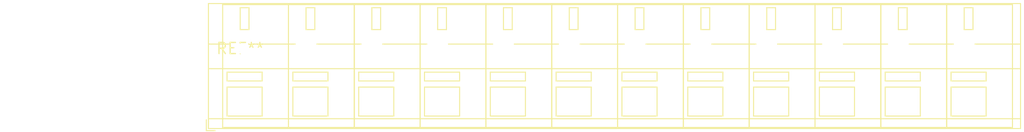
<source format=kicad_pcb>
(kicad_pcb (version 20240108) (generator pcbnew)
  (layers (0 "F.Cu" signal) (31 "B.Cu" signal) (34 "B.Paste" user) (35 "F.Paste" user) (36 "B.SilkS" user "B.Silkscreen") (37 "F.SilkS" user "F.Silkscreen") (38 "B.Mask" user) (39 "F.Mask" user) (44 "Edge.Cuts" user))
  (net 0 "")
  (footprint "TerminalBlock_WAGO_236-212_1x12_P7.50mm_45Degree" (layer "F.Cu") (at 0 0)
    (property "Reference" "REF**")
    (property "Value" "TerminalBlock_WAGO_236-212_1x12_P7.50mm_45Degree")
    (fp_line (start -3.86 8.12) (end -3.86 9.36) (layer "F.SilkS") (stroke (width 0.12)))
    (fp_line (start -3.86 9.36) (end -2.86 9.36) (layer "F.SilkS") (stroke (width 0.12)))
    (fp_line (start -3.62 -5.12) (end -3.62 9.12) (layer "F.SilkS") (stroke (width 0.12)))
    (fp_line (start -3.62 -5.12) (end 88.92 -5.12) (layer "F.SilkS") (stroke (width 0.12)))
    (fp_line (start -3.62 -0.5) (end -1.23 -0.5) (layer "F.SilkS") (stroke (width 0.12)))
    (fp_line (start -3.62 2.3) (end 88.92 2.3) (layer "F.SilkS") (stroke (width 0.12)))
    (fp_line (start -3.62 8) (end 88.92 8) (layer "F.SilkS") (stroke (width 0.12)))
    (fp_line (start -3.62 9.12) (end 88.92 9.12) (layer "F.SilkS") (stroke (width 0.12)))
    (fp_line (start -2 -5) (end -2 9) (layer "F.SilkS") (stroke (width 0.12)))
    (fp_line (start -2 -5) (end 5.5 -5) (layer "F.SilkS") (stroke (width 0.12)))
    (fp_line (start -2 9) (end 5.5 9) (layer "F.SilkS") (stroke (width 0.12)))
    (fp_line (start -1.5 2.7) (end -1.5 3.7) (layer "F.SilkS") (stroke (width 0.12)))
    (fp_line (start -1.5 2.7) (end 2.5 2.7) (layer "F.SilkS") (stroke (width 0.12)))
    (fp_line (start -1.5 3.7) (end 2.5 3.7) (layer "F.SilkS") (stroke (width 0.12)))
    (fp_line (start -1.5 4.4) (end -1.5 7.7) (layer "F.SilkS") (stroke (width 0.12)))
    (fp_line (start -1.5 4.4) (end 2.5 4.4) (layer "F.SilkS") (stroke (width 0.12)))
    (fp_line (start -1.5 7.7) (end 2.5 7.7) (layer "F.SilkS") (stroke (width 0.12)))
    (fp_line (start 0 -4.65) (end 0 -2.151) (layer "F.SilkS") (stroke (width 0.12)))
    (fp_line (start 0 -4.65) (end 1 -4.65) (layer "F.SilkS") (stroke (width 0.12)))
    (fp_line (start 0 -2.151) (end 1 -2.151) (layer "F.SilkS") (stroke (width 0.12)))
    (fp_line (start 1 -4.65) (end 1 -2.151) (layer "F.SilkS") (stroke (width 0.12)))
    (fp_line (start 1.23 -0.5) (end 6.27 -0.5) (layer "F.SilkS") (stroke (width 0.12)))
    (fp_line (start 2.5 2.7) (end 2.5 3.7) (layer "F.SilkS") (stroke (width 0.12)))
    (fp_line (start 2.5 4.4) (end 2.5 7.7) (layer "F.SilkS") (stroke (width 0.12)))
    (fp_line (start 5.5 -5) (end 5.5 9) (layer "F.SilkS") (stroke (width 0.12)))
    (fp_line (start 5.5 -5) (end 5.5 9) (layer "F.SilkS") (stroke (width 0.12)))
    (fp_line (start 5.5 -5) (end 13 -5) (layer "F.SilkS") (stroke (width 0.12)))
    (fp_line (start 5.5 9) (end 13 9) (layer "F.SilkS") (stroke (width 0.12)))
    (fp_line (start 6 2.7) (end 6 3.7) (layer "F.SilkS") (stroke (width 0.12)))
    (fp_line (start 6 2.7) (end 10 2.7) (layer "F.SilkS") (stroke (width 0.12)))
    (fp_line (start 6 3.7) (end 10 3.7) (layer "F.SilkS") (stroke (width 0.12)))
    (fp_line (start 6 4.4) (end 6 7.7) (layer "F.SilkS") (stroke (width 0.12)))
    (fp_line (start 6 4.4) (end 10 4.4) (layer "F.SilkS") (stroke (width 0.12)))
    (fp_line (start 6 7.7) (end 10 7.7) (layer "F.SilkS") (stroke (width 0.12)))
    (fp_line (start 7.5 -4.65) (end 7.5 -2.151) (layer "F.SilkS") (stroke (width 0.12)))
    (fp_line (start 7.5 -4.65) (end 8.5 -4.65) (layer "F.SilkS") (stroke (width 0.12)))
    (fp_line (start 7.5 -2.151) (end 8.5 -2.151) (layer "F.SilkS") (stroke (width 0.12)))
    (fp_line (start 8.5 -4.65) (end 8.5 -2.151) (layer "F.SilkS") (stroke (width 0.12)))
    (fp_line (start 8.73 -0.5) (end 13.77 -0.5) (layer "F.SilkS") (stroke (width 0.12)))
    (fp_line (start 10 2.7) (end 10 3.7) (layer "F.SilkS") (stroke (width 0.12)))
    (fp_line (start 10 4.4) (end 10 7.7) (layer "F.SilkS") (stroke (width 0.12)))
    (fp_line (start 13 -5) (end 13 9) (layer "F.SilkS") (stroke (width 0.12)))
    (fp_line (start 13 -5) (end 13 9) (layer "F.SilkS") (stroke (width 0.12)))
    (fp_line (start 13 -5) (end 20.5 -5) (layer "F.SilkS") (stroke (width 0.12)))
    (fp_line (start 13 9) (end 20.5 9) (layer "F.SilkS") (stroke (width 0.12)))
    (fp_line (start 13.5 2.7) (end 13.5 3.7) (layer "F.SilkS") (stroke (width 0.12)))
    (fp_line (start 13.5 2.7) (end 17.5 2.7) (layer "F.SilkS") (stroke (width 0.12)))
    (fp_line (start 13.5 3.7) (end 17.5 3.7) (layer "F.SilkS") (stroke (width 0.12)))
    (fp_line (start 13.5 4.4) (end 13.5 7.7) (layer "F.SilkS") (stroke (width 0.12)))
    (fp_line (start 13.5 4.4) (end 17.5 4.4) (layer "F.SilkS") (stroke (width 0.12)))
    (fp_line (start 13.5 7.7) (end 17.5 7.7) (layer "F.SilkS") (stroke (width 0.12)))
    (fp_line (start 15 -4.65) (end 15 -2.151) (layer "F.SilkS") (stroke (width 0.12)))
    (fp_line (start 15 -4.65) (end 16 -4.65) (layer "F.SilkS") (stroke (width 0.12)))
    (fp_line (start 15 -2.151) (end 16 -2.151) (layer "F.SilkS") (stroke (width 0.12)))
    (fp_line (start 16 -4.65) (end 16 -2.151) (layer "F.SilkS") (stroke (width 0.12)))
    (fp_line (start 16.23 -0.5) (end 21.27 -0.5) (layer "F.SilkS") (stroke (width 0.12)))
    (fp_line (start 17.5 2.7) (end 17.5 3.7) (layer "F.SilkS") (stroke (width 0.12)))
    (fp_line (start 17.5 4.4) (end 17.5 7.7) (layer "F.SilkS") (stroke (width 0.12)))
    (fp_line (start 20.5 -5) (end 20.5 9) (layer "F.SilkS") (stroke (width 0.12)))
    (fp_line (start 20.5 -5) (end 20.5 9) (layer "F.SilkS") (stroke (width 0.12)))
    (fp_line (start 20.5 -5) (end 28 -5) (layer "F.SilkS") (stroke (width 0.12)))
    (fp_line (start 20.5 9) (end 28 9) (layer "F.SilkS") (stroke (width 0.12)))
    (fp_line (start 21 2.7) (end 21 3.7) (layer "F.SilkS") (stroke (width 0.12)))
    (fp_line (start 21 2.7) (end 25 2.7) (layer "F.SilkS") (stroke (width 0.12)))
    (fp_line (start 21 3.7) (end 25 3.7) (layer "F.SilkS") (stroke (width 0.12)))
    (fp_line (start 21 4.4) (end 21 7.7) (layer "F.SilkS") (stroke (width 0.12)))
    (fp_line (start 21 4.4) (end 25 4.4) (layer "F.SilkS") (stroke (width 0.12)))
    (fp_line (start 21 7.7) (end 25 7.7) (layer "F.SilkS") (stroke (width 0.12)))
    (fp_line (start 22.5 -4.65) (end 22.5 -2.151) (layer "F.SilkS") (stroke (width 0.12)))
    (fp_line (start 22.5 -4.65) (end 23.5 -4.65) (layer "F.SilkS") (stroke (width 0.12)))
    (fp_line (start 22.5 -2.151) (end 23.5 -2.151) (layer "F.SilkS") (stroke (width 0.12)))
    (fp_line (start 23.5 -4.65) (end 23.5 -2.151) (layer "F.SilkS") (stroke (width 0.12)))
    (fp_line (start 23.73 -0.5) (end 28.77 -0.5) (layer "F.SilkS") (stroke (width 0.12)))
    (fp_line (start 25 2.7) (end 25 3.7) (layer "F.SilkS") (stroke (width 0.12)))
    (fp_line (start 25 4.4) (end 25 7.7) (layer "F.SilkS") (stroke (width 0.12)))
    (fp_line (start 28 -5) (end 28 9) (layer "F.SilkS") (stroke (width 0.12)))
    (fp_line (start 28 -5) (end 28 9) (layer "F.SilkS") (stroke (width 0.12)))
    (fp_line (start 28 -5) (end 35.5 -5) (layer "F.SilkS") (stroke (width 0.12)))
    (fp_line (start 28 9) (end 35.5 9) (layer "F.SilkS") (stroke (width 0.12)))
    (fp_line (start 28.5 2.7) (end 28.5 3.7) (layer "F.SilkS") (stroke (width 0.12)))
    (fp_line (start 28.5 2.7) (end 32.5 2.7) (layer "F.SilkS") (stroke (width 0.12)))
    (fp_line (start 28.5 3.7) (end 32.5 3.7) (layer "F.SilkS") (stroke (width 0.12)))
    (fp_line (start 28.5 4.4) (end 28.5 7.7) (layer "F.SilkS") (stroke (width 0.12)))
    (fp_line (start 28.5 4.4) (end 32.5 4.4) (layer "F.SilkS") (stroke (width 0.12)))
    (fp_line (start 28.5 7.7) (end 32.5 7.7) (layer "F.SilkS") (stroke (width 0.12)))
    (fp_line (start 30 -4.65) (end 30 -2.151) (layer "F.SilkS") (stroke (width 0.12)))
    (fp_line (start 30 -4.65) (end 31 -4.65) (layer "F.SilkS") (stroke (width 0.12)))
    (fp_line (start 30 -2.151) (end 31 -2.151) (layer "F.SilkS") (stroke (width 0.12)))
    (fp_line (start 31 -4.65) (end 31 -2.151) (layer "F.SilkS") (stroke (width 0.12)))
    (fp_line (start 31.23 -0.5) (end 36.27 -0.5) (layer "F.SilkS") (stroke (width 0.12)))
    (fp_line (start 32.5 2.7) (end 32.5 3.7) (layer "F.SilkS") (stroke (width 0.12)))
    (fp_line (start 32.5 4.4) (end 32.5 7.7) (layer "F.SilkS") (stroke (width 0.12)))
    (fp_line (start 35.5 -5) (end 35.5 9) (layer "F.SilkS") (stroke (width 0.12)))
    (fp_line (start 35.5 -5) (end 35.5 9) (layer "F.SilkS") (stroke (width 0.12)))
    (fp_line (start 35.5 -5) (end 43 -5) (layer "F.SilkS") (stroke (width 0.12)))
    (fp_line (start 35.5 9) (end 43 9) (layer "F.SilkS") (stroke (width 0.12)))
    (fp_line (start 36 2.7) (end 36 3.7) (layer "F.SilkS") (stroke (width 0.12)))
    (fp_line (start 36 2.7) (end 40 2.7) (layer "F.SilkS") (stroke (width 0.12)))
    (fp_line (start 36 3.7) (end 40 3.7) (layer "F.SilkS") (stroke (width 0.12)))
    (fp_line (start 36 4.4) (end 36 7.7) (layer "F.SilkS") (stroke (width 0.12)))
    (fp_line (start 36 4.4) (end 40 4.4) (layer "F.SilkS") (stroke (width 0.12)))
    (fp_line (start 36 7.7) (end 40 7.7) (layer "F.SilkS") (stroke (width 0.12)))
    (fp_line (start 37.5 -4.65) (end 37.5 -2.151) (layer "F.SilkS") (stroke (width 0.12)))
    (fp_line (start 37.5 -4.65) (end 38.5 -4.65) (layer "F.SilkS") (stroke (width 0.12)))
    (fp_line (start 37.5 -2.151) (end 38.5 -2.151) (layer "F.SilkS") (stroke (width 0.12)))
    (fp_line (start 38.5 -4.65) (end 38.5 -2.151) (layer "F.SilkS") (stroke (width 0.12)))
    (fp_line (start 38.73 -0.5) (end 43.77 -0.5) (layer "F.SilkS") (stroke (width 0.12)))
    (fp_line (start 40 2.7) (end 40 3.7) (layer "F.SilkS") (stroke (width 0.12)))
    (fp_line (start 40 4.4) (end 40 7.7) (layer "F.SilkS") (stroke (width 0.12)))
    (fp_line (start 43 -5) (end 43 9) (layer "F.SilkS") (stroke (width 0.12)))
    (fp_line (start 43 -5) (end 43 9) (layer "F.SilkS") (stroke (width 0.12)))
    (fp_line (start 43 -5) (end 50.5 -5) (layer "F.SilkS") (stroke (width 0.12)))
    (fp_line (start 43 9) (end 50.5 9) (layer "F.SilkS") (stroke (width 0.12)))
    (fp_line (start 43.5 2.7) (end 43.5 3.7) (layer "F.SilkS") (stroke (width 0.12)))
    (fp_line (start 43.5 2.7) (end 47.5 2.7) (layer "F.SilkS") (stroke (width 0.12)))
    (fp_line (start 43.5 3.7) (end 47.5 3.7) (layer "F.SilkS") (stroke (width 0.12)))
    (fp_line (start 43.5 4.4) (end 43.5 7.7) (layer "F.SilkS") (stroke (width 0.12)))
    (fp_line (start 43.5 4.4) (end 47.5 4.4) (layer "F.SilkS") (stroke (width 0.12)))
    (fp_line (start 43.5 7.7) (end 47.5 7.7) (layer "F.SilkS") (stroke (width 0.12)))
    (fp_line (start 45 -4.65) (end 45 -2.151) (layer "F.SilkS") (stroke (width 0.12)))
    (fp_line (start 45 -4.65) (end 46 -4.65) (layer "F.SilkS") (stroke (width 0.12)))
    (fp_line (start 45 -2.151) (end 46 -2.151) (layer "F.SilkS") (stroke (width 0.12)))
    (fp_line (start 46 -4.65) (end 46 -2.151) (layer "F.SilkS") (stroke (width 0.12)))
    (fp_line (start 46.23 -0.5) (end 51.27 -0.5) (layer "F.SilkS") (stroke (width 0.12)))
    (fp_line (start 47.5 2.7) (end 47.5 3.7) (layer "F.SilkS") (stroke (width 0.12)))
    (fp_line (start 47.5 4.4) (end 47.5 7.7) (layer "F.SilkS") (stroke (width 0.12)))
    (fp_line (start 50.5 -5) (end 50.5 9) (layer "F.SilkS") (stroke (width 0.12)))
    (fp_line (start 50.5 -5) (end 50.5 9) (layer "F.SilkS") (stroke (width 0.12)))
    (fp_line (start 50.5 -5) (end 58 -5) (layer "F.SilkS") (stroke (width 0.12)))
    (fp_line (start 50.5 9) (end 58 9) (layer "F.SilkS") (stroke (width 0.12)))
    (fp_line (start 51 2.7) (end 51 3.7) (layer "F.SilkS") (stroke (width 0.12)))
    (fp_line (start 51 2.7) (end 55 2.7) (layer "F.SilkS") (stroke (width 0.12)))
    (fp_line (start 51 3.7) (end 55 3.7) (layer "F.SilkS") (stroke (width 0.12)))
    (fp_line (start 51 4.4) (end 51 7.7) (layer "F.SilkS") (stroke (width 0.12)))
    (fp_line (start 51 4.4) (end 55 4.4) (layer "F.SilkS") (stroke (width 0.12)))
    (fp_line (start 51 7.7) (end 55 7.7) (layer "F.SilkS") (stroke (width 0.12)))
    (fp_line (start 52.5 -4.65) (end 52.5 -2.151) (layer "F.SilkS") (stroke (width 0.12)))
    (fp_line (start 52.5 -4.65) (end 53.5 -4.65) (layer "F.SilkS") (stroke (width 0.12)))
    (fp_line (start 52.5 -2.151) (end 53.5 -2.151) (layer "F.SilkS") (stroke (width 0.12)))
    (fp_line (start 53.5 -4.65) (end 53.5 -2.151) (layer "F.SilkS") (stroke (width 0.12)))
    (fp_line (start 53.73 -0.5) (end 58.77 -0.5) (layer "F.SilkS") (stroke (width 0.12)))
    (fp_line (start 55 2.7) (end 55 3.7) (layer "F.SilkS") (stroke (width 0.12)))
    (fp_line (start 55 4.4) (end 55 7.7) (layer "F.SilkS") (stroke (width 0.12)))
    (fp_line (start 58 -5) (end 58 9) (layer "F.SilkS") (stroke (width 0.12)))
    (fp_line (start 58 -5) (end 58 9) (layer "F.SilkS") (stroke (width 0.12)))
    (fp_line (start 58 -5) (end 65.5 -5) (layer "F.SilkS") (stroke (width 0.12)))
    (fp_line (start 58 9) (end 65.5 9) (layer "F.SilkS") (stroke (width 0.12)))
    (fp_line (start 58.5 2.7) (end 58.5 3.7) (layer "F.SilkS") (stroke (width 0.12)))
    (fp_line (start 58.5 2.7) (end 62.5 2.7) (layer "F.SilkS") (stroke (width 0.12)))
    (fp_line (start 58.5 3.7) (end 62.5 3.7) (layer "F.SilkS") (stroke (width 0.12)))
    (fp_line (start 58.5 4.4) (end 58.5 7.7) (layer "F.SilkS") (stroke (width 0.12)))
    (fp_line (start 58.5 4.4) (end 62.5 4.4) (layer "F.SilkS") (stroke (width 0.12)))
    (fp_line (start 58.5 7.7) (end 62.5 7.7) (layer "F.SilkS") (stroke (width 0.12)))
    (fp_line (start 60 -4.65) (end 60 -2.151) (layer "F.SilkS") (stroke (width 0.12)))
    (fp_line (start 60 -4.65) (end 61 -4.65) (layer "F.SilkS") (stroke (width 0.12)))
    (fp_line (start 60 -2.151) (end 61 -2.151) (layer "F.SilkS") (stroke (width 0.12)))
    (fp_line (start 61 -4.65) (end 61 -2.151) (layer "F.SilkS") (stroke (width 0.12)))
    (fp_line (start 61.23 -0.5) (end 66.27 -0.5) (layer "F.SilkS") (stroke (width 0.12)))
    (fp_line (start 62.5 2.7) (end 62.5 3.7) (layer "F.SilkS") (stroke (width 0.12)))
    (fp_line (start 62.5 4.4) (end 62.5 7.7) (layer "F.SilkS") (stroke (width 0.12)))
    (fp_line (start 65.5 -5) (end 65.5 9) (layer "F.SilkS") (stroke (width 0.12)))
    (fp_line (start 65.5 -5) (end 65.5 9) (layer "F.SilkS") (stroke (width 0.12)))
    (fp_line (start 65.5 -5) (end 73 -5) (layer "F.SilkS") (stroke (width 0.12)))
    (fp_line (start 65.5 9) (end 73 9) (layer "F.SilkS") (stroke (width 0.12)))
    (fp_line (start 66 2.7) (end 66 3.7) (layer "F.SilkS") (stroke (width 0.12)))
    (fp_line (start 66 2.7) (end 70 2.7) (layer "F.SilkS") (stroke (width 0.12)))
    (fp_line (start 66 3.7) (end 70 3.7) (layer "F.SilkS") (stroke (width 0.12)))
    (fp_line (start 66 4.4) (end 66 7.7) (layer "F.SilkS") (stroke (width 0.12)))
    (fp_line (start 66 4.4) (end 70 4.4) (layer "F.SilkS") (stroke (width 0.12)))
    (fp_line (start 66 7.7) (end 70 7.7) (layer "F.SilkS") (stroke (width 0.12)))
    (fp_line (start 67.5 -4.65) (end 67.5 -2.151) (layer "F.SilkS") (stroke (width 0.12)))
    (fp_line (start 67.5 -4.65) (end 68.5 -4.65) (layer "F.SilkS") (stroke (width 0.12)))
    (fp_line (start 67.5 -2.151) (end 68.5 -2.151) (layer "F.SilkS") (stroke (width 0.12)))
    (fp_line (start 68.5 -4.65) (end 68.5 -2.151) (layer "F.SilkS") (stroke (width 0.12)))
    (fp_line (start 68.73 -0.5) (end 73.77 -0.5) (layer "F.SilkS") (stroke (width 0.12)))
    (fp_line (start 70 2.7) (end 70 3.7) (layer "F.SilkS") (stroke (width 0.12)))
    (fp_line (start 70 4.4) (end 70 7.7) (layer "F.SilkS") (stroke (width 0.12)))
    (fp_line (start 73 -5) (end 73 9) (layer "F.SilkS") (stroke (width 0.12)))
    (fp_line (start 73 -5) (end 73 9) (layer "F.SilkS") (stroke (width 0.12)))
    (fp_line (start 73 -5) (end 80.5 -5) (layer "F.SilkS") (stroke (width 0.12)))
    (fp_line (start 73 9) (end 80.5 9) (layer "F.SilkS") (stroke (width 0.12)))
    (fp_line (start 73.5 2.7) (end 73.5 3.7) (layer "F.SilkS") (stroke (width 0.12)))
    (fp_line (start 73.5 2.7) (end 77.5 2.7) (layer "F.SilkS") (stroke (width 0.12)))
    (fp_line (start 73.5 3.7) (end 77.5 3.7) (layer "F.SilkS") (stroke (width 0.12)))
    (fp_line (start 73.5 4.4) (end 73.5 7.7) (layer "F.SilkS") (stroke (width 0.12)))
    (fp_line (start 73.5 4.4) (end 77.5 4.4) (layer "F.SilkS") (stroke (width 0.12)))
    (fp_line (start 73.5 7.7) (end 77.5 7.7) (layer "F.SilkS") (stroke (width 0.12)))
    (fp_line (start 75 -4.65) (end 75 -2.151) (layer "F.SilkS") (stroke (width 0.12)))
    (fp_line (start 75 -4.65) (end 76 -4.65) (layer "F.SilkS") (stroke (width 0.12)))
    (fp_line (start 75 -2.151) (end 76 -2.151) (layer "F.SilkS") (stroke (width 0.12)))
    (fp_line (start 76 -4.65) (end 76 -2.151) (layer "F.SilkS") (stroke (width 0.12)))
    (fp_line (start 76.23 -0.5) (end 81.27 -0.5) (layer "F.SilkS") (stroke (width 0.12)))
    (fp_line (start 77.5 2.7) (end 77.5 3.7) (layer "F.SilkS") (stroke (width 0.12)))
    (fp_line (start 77.5 4.4) (end 77.5 7.7) (layer "F.SilkS") (stroke (width 0.12)))
    (fp_line (start 80.5 -5) (end 80.5 9) (layer "F.SilkS") (stroke (width 0.12)))
    (fp_line (start 80.5 -5) (end 80.5 9) (layer "F.SilkS") (stroke (width 0.12)))
    (fp_line (start 80.5 -5) (end 88 -5) (layer "F.SilkS") (stroke (width 0.12)))
    (fp_line (start 80.5 9) (end 88 9) (layer "F.SilkS") (stroke (width 0.12)))
    (fp_line (start 81 2.7) (end 81 3.7) (layer "F.SilkS") (stroke (width 0.12)))
    (fp_line (start 81 2.7) (end 85 2.7) (layer "F.SilkS") (stroke (width 0.12)))
    (fp_line (start 81 3.7) (end 85 3.7) (layer "F.SilkS") (stroke (width 0.12)))
    (fp_line (start 81 4.4) (end 81 7.7) (layer "F.SilkS") (stroke (width 0.12)))
    (fp_line (start 81 4.4) (end 85 4.4) (layer "F.SilkS") (stroke (width 0.12)))
    (fp_line (start 81 7.7) (end 85 7.7) (layer "F.SilkS") (stroke (width 0.12)))
    (fp_line (start 82.5 -4.65) (end 82.5 -2.151) (layer "F.SilkS") (stroke (width 0.12)))
    (fp_line (start 82.5 -4.65) (end 83.5 -4.65) (layer "F.SilkS") (stroke (width 0.12)))
    (fp_line (start 82.5 -2.151) (end 83.5 -2.151) (layer "F.SilkS") (stroke (width 0.12)))
    (fp_line (start 83.5 -4.65) (end 83.5 -2.151) (layer "F.SilkS") (stroke (width 0.12)))
    (fp_line (start 83.73 -0.5) (end 88.92 -0.5) (layer "F.SilkS") (stroke (width 0.12)))
    (fp_line (start 85 2.7) (end 85 3.7) (layer "F.SilkS") (stroke (width 0.12)))
    (fp_line (start 85 4.4) (end 85 7.7) (layer "F.SilkS") (stroke (width 0.12)))
    (fp_line (start 88 -5) (end 88 9) (layer "F.SilkS") (stroke (width 0.12)))
    (fp_line (start 88.92 -5.12) (end 88.92 9.12) (layer "F.SilkS") (stroke (width 0.12)))
    (pad "1" thru_hole rect (at 0 0) (size 1.5 3) (drill 1.15) (layers *.Cu *.Mask) (remove_unused_layers))
    (pad "2" thru_hole oval (at 7.5 0) (size 1.5 3) (drill 1.15) (layers *.Cu *.Mask) (remove_unused_layers))
    (pad "3" thru_hole oval (at 15 0) (size 1.5 3) (drill 1.15) (layers *.Cu *.Mask) (remove_unused_layers))
    (pad "4" thru_hole oval (at 22.5 0) (size 1.5 3) (drill 1.15) (layers *.Cu *.Mask) (remove_unused_layers))
    (pad "5" thru_hole oval (at 30 0) (size 1.5 3) (drill 1.15) (layers *.Cu *.Mask) (remove_unused_layers))
    (pad "6" thru_hole oval (at 37.5 0) (size 1.5 3) (drill 1.15) (layers *.Cu *.Mask) (remove_unused_layers))
    (pad "7" thru_hole oval (at 45 0) (size 1.5 3) (drill 1.15) (layers *.Cu *.Mask) (remove_unused_layers))
    (pad "8" thru_hole oval (at 52.5 0) (size 1.5 3) (drill 1.15) (layers *.Cu *.Mask) (remove_unused_layers))
    (pad "9" thru_hole oval (at 60 0) (size 1.5 3) (drill 1.15) (layers *.Cu *.Mask) (remove_unused_layers))
    (pad "10" thru_hole oval (at 67.5 0) (size 1.5 3) (drill 1.15) (layers *.Cu *.Mask) (remove_unused_layers))
    (pad "11" thru_hole oval (at 75 0) (size 1.5 3) (drill 1.15) (layers *.Cu *.Mask) (remove_unused_layers))
    (pad "12" thru_hole oval (at 82.5 0) (size 1.5 3) (drill 1.15) (layers *.Cu *.Mask) (remove_unused_layers))
  )
)
</source>
